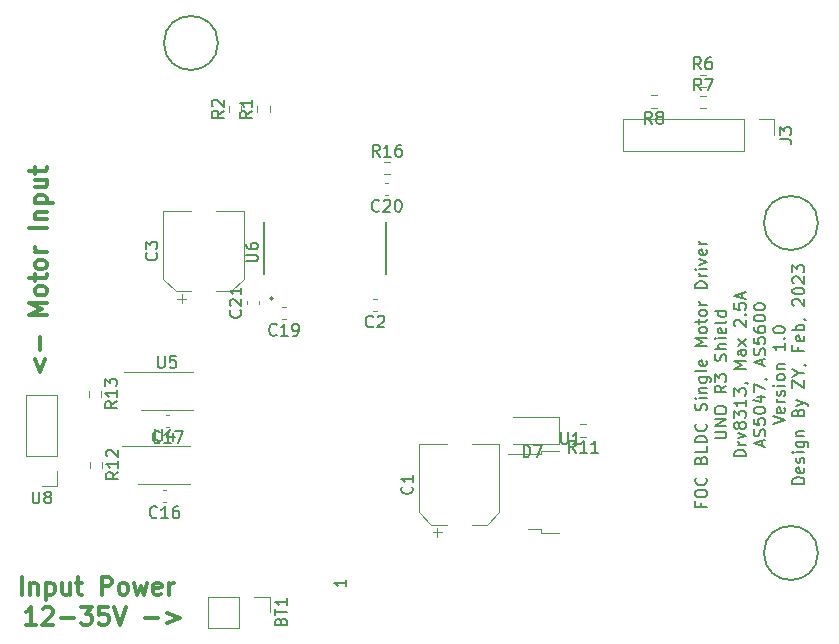
<source format=gbr>
%TF.GenerationSoftware,KiCad,Pcbnew,(5.1.10)-1*%
%TF.CreationDate,2023-02-13T10:48:01+08:00*%
%TF.ProjectId,my_foc_power_shield,6d795f66-6f63-45f7-906f-7765725f7368,rev?*%
%TF.SameCoordinates,Original*%
%TF.FileFunction,Legend,Top*%
%TF.FilePolarity,Positive*%
%FSLAX46Y46*%
G04 Gerber Fmt 4.6, Leading zero omitted, Abs format (unit mm)*
G04 Created by KiCad (PCBNEW (5.1.10)-1) date 2023-02-13 10:48:01*
%MOMM*%
%LPD*%
G01*
G04 APERTURE LIST*
%ADD10C,0.300000*%
%ADD11C,0.150000*%
%ADD12C,0.120000*%
%ADD13C,0.200000*%
%ADD14C,0.127000*%
G04 APERTURE END LIST*
D10*
X113026571Y-102293571D02*
X113455142Y-103436428D01*
X113883714Y-102293571D01*
X113455142Y-101579285D02*
X113455142Y-100436428D01*
X114026571Y-98579285D02*
X112526571Y-98579285D01*
X113598000Y-98079285D01*
X112526571Y-97579285D01*
X114026571Y-97579285D01*
X114026571Y-96650714D02*
X113955142Y-96793571D01*
X113883714Y-96865000D01*
X113740857Y-96936428D01*
X113312285Y-96936428D01*
X113169428Y-96865000D01*
X113098000Y-96793571D01*
X113026571Y-96650714D01*
X113026571Y-96436428D01*
X113098000Y-96293571D01*
X113169428Y-96222142D01*
X113312285Y-96150714D01*
X113740857Y-96150714D01*
X113883714Y-96222142D01*
X113955142Y-96293571D01*
X114026571Y-96436428D01*
X114026571Y-96650714D01*
X113026571Y-95722142D02*
X113026571Y-95150714D01*
X112526571Y-95507857D02*
X113812285Y-95507857D01*
X113955142Y-95436428D01*
X114026571Y-95293571D01*
X114026571Y-95150714D01*
X114026571Y-94436428D02*
X113955142Y-94579285D01*
X113883714Y-94650714D01*
X113740857Y-94722142D01*
X113312285Y-94722142D01*
X113169428Y-94650714D01*
X113098000Y-94579285D01*
X113026571Y-94436428D01*
X113026571Y-94222142D01*
X113098000Y-94079285D01*
X113169428Y-94007857D01*
X113312285Y-93936428D01*
X113740857Y-93936428D01*
X113883714Y-94007857D01*
X113955142Y-94079285D01*
X114026571Y-94222142D01*
X114026571Y-94436428D01*
X114026571Y-93293571D02*
X113026571Y-93293571D01*
X113312285Y-93293571D02*
X113169428Y-93222142D01*
X113098000Y-93150714D01*
X113026571Y-93007857D01*
X113026571Y-92865000D01*
X114026571Y-91222142D02*
X112526571Y-91222142D01*
X113026571Y-90507857D02*
X114026571Y-90507857D01*
X113169428Y-90507857D02*
X113098000Y-90436428D01*
X113026571Y-90293571D01*
X113026571Y-90079285D01*
X113098000Y-89936428D01*
X113240857Y-89865000D01*
X114026571Y-89865000D01*
X113026571Y-89150714D02*
X114526571Y-89150714D01*
X113098000Y-89150714D02*
X113026571Y-89007857D01*
X113026571Y-88722142D01*
X113098000Y-88579285D01*
X113169428Y-88507857D01*
X113312285Y-88436428D01*
X113740857Y-88436428D01*
X113883714Y-88507857D01*
X113955142Y-88579285D01*
X114026571Y-88722142D01*
X114026571Y-89007857D01*
X113955142Y-89150714D01*
X113026571Y-87150714D02*
X114026571Y-87150714D01*
X113026571Y-87793571D02*
X113812285Y-87793571D01*
X113955142Y-87722142D01*
X114026571Y-87579285D01*
X114026571Y-87365000D01*
X113955142Y-87222142D01*
X113883714Y-87150714D01*
X113026571Y-86650714D02*
X113026571Y-86079285D01*
X112526571Y-86436428D02*
X113812285Y-86436428D01*
X113955142Y-86365000D01*
X114026571Y-86222142D01*
X114026571Y-86079285D01*
D11*
X169401571Y-114522142D02*
X169401571Y-114855476D01*
X169925380Y-114855476D02*
X168925380Y-114855476D01*
X168925380Y-114379285D01*
X168925380Y-113807857D02*
X168925380Y-113617380D01*
X168973000Y-113522142D01*
X169068238Y-113426904D01*
X169258714Y-113379285D01*
X169592047Y-113379285D01*
X169782523Y-113426904D01*
X169877761Y-113522142D01*
X169925380Y-113617380D01*
X169925380Y-113807857D01*
X169877761Y-113903095D01*
X169782523Y-113998333D01*
X169592047Y-114045952D01*
X169258714Y-114045952D01*
X169068238Y-113998333D01*
X168973000Y-113903095D01*
X168925380Y-113807857D01*
X169830142Y-112379285D02*
X169877761Y-112426904D01*
X169925380Y-112569761D01*
X169925380Y-112665000D01*
X169877761Y-112807857D01*
X169782523Y-112903095D01*
X169687285Y-112950714D01*
X169496809Y-112998333D01*
X169353952Y-112998333D01*
X169163476Y-112950714D01*
X169068238Y-112903095D01*
X168973000Y-112807857D01*
X168925380Y-112665000D01*
X168925380Y-112569761D01*
X168973000Y-112426904D01*
X169020619Y-112379285D01*
X169401571Y-110855476D02*
X169449190Y-110712619D01*
X169496809Y-110665000D01*
X169592047Y-110617380D01*
X169734904Y-110617380D01*
X169830142Y-110665000D01*
X169877761Y-110712619D01*
X169925380Y-110807857D01*
X169925380Y-111188809D01*
X168925380Y-111188809D01*
X168925380Y-110855476D01*
X168973000Y-110760238D01*
X169020619Y-110712619D01*
X169115857Y-110665000D01*
X169211095Y-110665000D01*
X169306333Y-110712619D01*
X169353952Y-110760238D01*
X169401571Y-110855476D01*
X169401571Y-111188809D01*
X169925380Y-109712619D02*
X169925380Y-110188809D01*
X168925380Y-110188809D01*
X169925380Y-109379285D02*
X168925380Y-109379285D01*
X168925380Y-109141190D01*
X168973000Y-108998333D01*
X169068238Y-108903095D01*
X169163476Y-108855476D01*
X169353952Y-108807857D01*
X169496809Y-108807857D01*
X169687285Y-108855476D01*
X169782523Y-108903095D01*
X169877761Y-108998333D01*
X169925380Y-109141190D01*
X169925380Y-109379285D01*
X169830142Y-107807857D02*
X169877761Y-107855476D01*
X169925380Y-107998333D01*
X169925380Y-108093571D01*
X169877761Y-108236428D01*
X169782523Y-108331666D01*
X169687285Y-108379285D01*
X169496809Y-108426904D01*
X169353952Y-108426904D01*
X169163476Y-108379285D01*
X169068238Y-108331666D01*
X168973000Y-108236428D01*
X168925380Y-108093571D01*
X168925380Y-107998333D01*
X168973000Y-107855476D01*
X169020619Y-107807857D01*
X169877761Y-106665000D02*
X169925380Y-106522142D01*
X169925380Y-106284047D01*
X169877761Y-106188809D01*
X169830142Y-106141190D01*
X169734904Y-106093571D01*
X169639666Y-106093571D01*
X169544428Y-106141190D01*
X169496809Y-106188809D01*
X169449190Y-106284047D01*
X169401571Y-106474523D01*
X169353952Y-106569761D01*
X169306333Y-106617380D01*
X169211095Y-106665000D01*
X169115857Y-106665000D01*
X169020619Y-106617380D01*
X168973000Y-106569761D01*
X168925380Y-106474523D01*
X168925380Y-106236428D01*
X168973000Y-106093571D01*
X169925380Y-105665000D02*
X169258714Y-105665000D01*
X168925380Y-105665000D02*
X168973000Y-105712619D01*
X169020619Y-105665000D01*
X168973000Y-105617380D01*
X168925380Y-105665000D01*
X169020619Y-105665000D01*
X169258714Y-105188809D02*
X169925380Y-105188809D01*
X169353952Y-105188809D02*
X169306333Y-105141190D01*
X169258714Y-105045952D01*
X169258714Y-104903095D01*
X169306333Y-104807857D01*
X169401571Y-104760238D01*
X169925380Y-104760238D01*
X169258714Y-103855476D02*
X170068238Y-103855476D01*
X170163476Y-103903095D01*
X170211095Y-103950714D01*
X170258714Y-104045952D01*
X170258714Y-104188809D01*
X170211095Y-104284047D01*
X169877761Y-103855476D02*
X169925380Y-103950714D01*
X169925380Y-104141190D01*
X169877761Y-104236428D01*
X169830142Y-104284047D01*
X169734904Y-104331666D01*
X169449190Y-104331666D01*
X169353952Y-104284047D01*
X169306333Y-104236428D01*
X169258714Y-104141190D01*
X169258714Y-103950714D01*
X169306333Y-103855476D01*
X169925380Y-103236428D02*
X169877761Y-103331666D01*
X169782523Y-103379285D01*
X168925380Y-103379285D01*
X169877761Y-102474523D02*
X169925380Y-102569761D01*
X169925380Y-102760238D01*
X169877761Y-102855476D01*
X169782523Y-102903095D01*
X169401571Y-102903095D01*
X169306333Y-102855476D01*
X169258714Y-102760238D01*
X169258714Y-102569761D01*
X169306333Y-102474523D01*
X169401571Y-102426904D01*
X169496809Y-102426904D01*
X169592047Y-102903095D01*
X169925380Y-101236428D02*
X168925380Y-101236428D01*
X169639666Y-100903095D01*
X168925380Y-100569761D01*
X169925380Y-100569761D01*
X169925380Y-99950714D02*
X169877761Y-100045952D01*
X169830142Y-100093571D01*
X169734904Y-100141190D01*
X169449190Y-100141190D01*
X169353952Y-100093571D01*
X169306333Y-100045952D01*
X169258714Y-99950714D01*
X169258714Y-99807857D01*
X169306333Y-99712619D01*
X169353952Y-99665000D01*
X169449190Y-99617380D01*
X169734904Y-99617380D01*
X169830142Y-99665000D01*
X169877761Y-99712619D01*
X169925380Y-99807857D01*
X169925380Y-99950714D01*
X169258714Y-99331666D02*
X169258714Y-98950714D01*
X168925380Y-99188809D02*
X169782523Y-99188809D01*
X169877761Y-99141190D01*
X169925380Y-99045952D01*
X169925380Y-98950714D01*
X169925380Y-98474523D02*
X169877761Y-98569761D01*
X169830142Y-98617380D01*
X169734904Y-98665000D01*
X169449190Y-98665000D01*
X169353952Y-98617380D01*
X169306333Y-98569761D01*
X169258714Y-98474523D01*
X169258714Y-98331666D01*
X169306333Y-98236428D01*
X169353952Y-98188809D01*
X169449190Y-98141190D01*
X169734904Y-98141190D01*
X169830142Y-98188809D01*
X169877761Y-98236428D01*
X169925380Y-98331666D01*
X169925380Y-98474523D01*
X169925380Y-97712619D02*
X169258714Y-97712619D01*
X169449190Y-97712619D02*
X169353952Y-97665000D01*
X169306333Y-97617380D01*
X169258714Y-97522142D01*
X169258714Y-97426904D01*
X169925380Y-96331666D02*
X168925380Y-96331666D01*
X168925380Y-96093571D01*
X168973000Y-95950714D01*
X169068238Y-95855476D01*
X169163476Y-95807857D01*
X169353952Y-95760238D01*
X169496809Y-95760238D01*
X169687285Y-95807857D01*
X169782523Y-95855476D01*
X169877761Y-95950714D01*
X169925380Y-96093571D01*
X169925380Y-96331666D01*
X169925380Y-95331666D02*
X169258714Y-95331666D01*
X169449190Y-95331666D02*
X169353952Y-95284047D01*
X169306333Y-95236428D01*
X169258714Y-95141190D01*
X169258714Y-95045952D01*
X169925380Y-94712619D02*
X169258714Y-94712619D01*
X168925380Y-94712619D02*
X168973000Y-94760238D01*
X169020619Y-94712619D01*
X168973000Y-94665000D01*
X168925380Y-94712619D01*
X169020619Y-94712619D01*
X169258714Y-94331666D02*
X169925380Y-94093571D01*
X169258714Y-93855476D01*
X169877761Y-93093571D02*
X169925380Y-93188809D01*
X169925380Y-93379285D01*
X169877761Y-93474523D01*
X169782523Y-93522142D01*
X169401571Y-93522142D01*
X169306333Y-93474523D01*
X169258714Y-93379285D01*
X169258714Y-93188809D01*
X169306333Y-93093571D01*
X169401571Y-93045952D01*
X169496809Y-93045952D01*
X169592047Y-93522142D01*
X169925380Y-92617380D02*
X169258714Y-92617380D01*
X169449190Y-92617380D02*
X169353952Y-92569761D01*
X169306333Y-92522142D01*
X169258714Y-92426904D01*
X169258714Y-92331666D01*
X170575380Y-109045952D02*
X171384904Y-109045952D01*
X171480142Y-108998333D01*
X171527761Y-108950714D01*
X171575380Y-108855476D01*
X171575380Y-108665000D01*
X171527761Y-108569761D01*
X171480142Y-108522142D01*
X171384904Y-108474523D01*
X170575380Y-108474523D01*
X171575380Y-107998333D02*
X170575380Y-107998333D01*
X171575380Y-107426904D01*
X170575380Y-107426904D01*
X170575380Y-106760238D02*
X170575380Y-106569761D01*
X170623000Y-106474523D01*
X170718238Y-106379285D01*
X170908714Y-106331666D01*
X171242047Y-106331666D01*
X171432523Y-106379285D01*
X171527761Y-106474523D01*
X171575380Y-106569761D01*
X171575380Y-106760238D01*
X171527761Y-106855476D01*
X171432523Y-106950714D01*
X171242047Y-106998333D01*
X170908714Y-106998333D01*
X170718238Y-106950714D01*
X170623000Y-106855476D01*
X170575380Y-106760238D01*
X171575380Y-104569761D02*
X171099190Y-104903095D01*
X171575380Y-105141190D02*
X170575380Y-105141190D01*
X170575380Y-104760238D01*
X170623000Y-104665000D01*
X170670619Y-104617380D01*
X170765857Y-104569761D01*
X170908714Y-104569761D01*
X171003952Y-104617380D01*
X171051571Y-104665000D01*
X171099190Y-104760238D01*
X171099190Y-105141190D01*
X170575380Y-104236428D02*
X170575380Y-103617380D01*
X170956333Y-103950714D01*
X170956333Y-103807857D01*
X171003952Y-103712619D01*
X171051571Y-103665000D01*
X171146809Y-103617380D01*
X171384904Y-103617380D01*
X171480142Y-103665000D01*
X171527761Y-103712619D01*
X171575380Y-103807857D01*
X171575380Y-104093571D01*
X171527761Y-104188809D01*
X171480142Y-104236428D01*
X171527761Y-102474523D02*
X171575380Y-102331666D01*
X171575380Y-102093571D01*
X171527761Y-101998333D01*
X171480142Y-101950714D01*
X171384904Y-101903095D01*
X171289666Y-101903095D01*
X171194428Y-101950714D01*
X171146809Y-101998333D01*
X171099190Y-102093571D01*
X171051571Y-102284047D01*
X171003952Y-102379285D01*
X170956333Y-102426904D01*
X170861095Y-102474523D01*
X170765857Y-102474523D01*
X170670619Y-102426904D01*
X170623000Y-102379285D01*
X170575380Y-102284047D01*
X170575380Y-102045952D01*
X170623000Y-101903095D01*
X171575380Y-101474523D02*
X170575380Y-101474523D01*
X171575380Y-101045952D02*
X171051571Y-101045952D01*
X170956333Y-101093571D01*
X170908714Y-101188809D01*
X170908714Y-101331666D01*
X170956333Y-101426904D01*
X171003952Y-101474523D01*
X171575380Y-100569761D02*
X170908714Y-100569761D01*
X170575380Y-100569761D02*
X170623000Y-100617380D01*
X170670619Y-100569761D01*
X170623000Y-100522142D01*
X170575380Y-100569761D01*
X170670619Y-100569761D01*
X171527761Y-99712619D02*
X171575380Y-99807857D01*
X171575380Y-99998333D01*
X171527761Y-100093571D01*
X171432523Y-100141190D01*
X171051571Y-100141190D01*
X170956333Y-100093571D01*
X170908714Y-99998333D01*
X170908714Y-99807857D01*
X170956333Y-99712619D01*
X171051571Y-99665000D01*
X171146809Y-99665000D01*
X171242047Y-100141190D01*
X171575380Y-99093571D02*
X171527761Y-99188809D01*
X171432523Y-99236428D01*
X170575380Y-99236428D01*
X171575380Y-98284047D02*
X170575380Y-98284047D01*
X171527761Y-98284047D02*
X171575380Y-98379285D01*
X171575380Y-98569761D01*
X171527761Y-98665000D01*
X171480142Y-98712619D01*
X171384904Y-98760238D01*
X171099190Y-98760238D01*
X171003952Y-98712619D01*
X170956333Y-98665000D01*
X170908714Y-98569761D01*
X170908714Y-98379285D01*
X170956333Y-98284047D01*
X173225380Y-110569761D02*
X172225380Y-110569761D01*
X172225380Y-110331666D01*
X172273000Y-110188809D01*
X172368238Y-110093571D01*
X172463476Y-110045952D01*
X172653952Y-109998333D01*
X172796809Y-109998333D01*
X172987285Y-110045952D01*
X173082523Y-110093571D01*
X173177761Y-110188809D01*
X173225380Y-110331666D01*
X173225380Y-110569761D01*
X173225380Y-109569761D02*
X172558714Y-109569761D01*
X172749190Y-109569761D02*
X172653952Y-109522142D01*
X172606333Y-109474523D01*
X172558714Y-109379285D01*
X172558714Y-109284047D01*
X172558714Y-109045952D02*
X173225380Y-108807857D01*
X172558714Y-108569761D01*
X172653952Y-108045952D02*
X172606333Y-108141190D01*
X172558714Y-108188809D01*
X172463476Y-108236428D01*
X172415857Y-108236428D01*
X172320619Y-108188809D01*
X172273000Y-108141190D01*
X172225380Y-108045952D01*
X172225380Y-107855476D01*
X172273000Y-107760238D01*
X172320619Y-107712619D01*
X172415857Y-107665000D01*
X172463476Y-107665000D01*
X172558714Y-107712619D01*
X172606333Y-107760238D01*
X172653952Y-107855476D01*
X172653952Y-108045952D01*
X172701571Y-108141190D01*
X172749190Y-108188809D01*
X172844428Y-108236428D01*
X173034904Y-108236428D01*
X173130142Y-108188809D01*
X173177761Y-108141190D01*
X173225380Y-108045952D01*
X173225380Y-107855476D01*
X173177761Y-107760238D01*
X173130142Y-107712619D01*
X173034904Y-107665000D01*
X172844428Y-107665000D01*
X172749190Y-107712619D01*
X172701571Y-107760238D01*
X172653952Y-107855476D01*
X172225380Y-107331666D02*
X172225380Y-106712619D01*
X172606333Y-107045952D01*
X172606333Y-106903095D01*
X172653952Y-106807857D01*
X172701571Y-106760238D01*
X172796809Y-106712619D01*
X173034904Y-106712619D01*
X173130142Y-106760238D01*
X173177761Y-106807857D01*
X173225380Y-106903095D01*
X173225380Y-107188809D01*
X173177761Y-107284047D01*
X173130142Y-107331666D01*
X173225380Y-105760238D02*
X173225380Y-106331666D01*
X173225380Y-106045952D02*
X172225380Y-106045952D01*
X172368238Y-106141190D01*
X172463476Y-106236428D01*
X172511095Y-106331666D01*
X172225380Y-105426904D02*
X172225380Y-104807857D01*
X172606333Y-105141190D01*
X172606333Y-104998333D01*
X172653952Y-104903095D01*
X172701571Y-104855476D01*
X172796809Y-104807857D01*
X173034904Y-104807857D01*
X173130142Y-104855476D01*
X173177761Y-104903095D01*
X173225380Y-104998333D01*
X173225380Y-105284047D01*
X173177761Y-105379285D01*
X173130142Y-105426904D01*
X173177761Y-104331666D02*
X173225380Y-104331666D01*
X173320619Y-104379285D01*
X173368238Y-104426904D01*
X173225380Y-103141190D02*
X172225380Y-103141190D01*
X172939666Y-102807857D01*
X172225380Y-102474523D01*
X173225380Y-102474523D01*
X173225380Y-101569761D02*
X172701571Y-101569761D01*
X172606333Y-101617380D01*
X172558714Y-101712619D01*
X172558714Y-101903095D01*
X172606333Y-101998333D01*
X173177761Y-101569761D02*
X173225380Y-101665000D01*
X173225380Y-101903095D01*
X173177761Y-101998333D01*
X173082523Y-102045952D01*
X172987285Y-102045952D01*
X172892047Y-101998333D01*
X172844428Y-101903095D01*
X172844428Y-101665000D01*
X172796809Y-101569761D01*
X173225380Y-101188809D02*
X172558714Y-100665000D01*
X172558714Y-101188809D02*
X173225380Y-100665000D01*
X172320619Y-99569761D02*
X172273000Y-99522142D01*
X172225380Y-99426904D01*
X172225380Y-99188809D01*
X172273000Y-99093571D01*
X172320619Y-99045952D01*
X172415857Y-98998333D01*
X172511095Y-98998333D01*
X172653952Y-99045952D01*
X173225380Y-99617380D01*
X173225380Y-98998333D01*
X173130142Y-98569761D02*
X173177761Y-98522142D01*
X173225380Y-98569761D01*
X173177761Y-98617380D01*
X173130142Y-98569761D01*
X173225380Y-98569761D01*
X172225380Y-97617380D02*
X172225380Y-98093571D01*
X172701571Y-98141190D01*
X172653952Y-98093571D01*
X172606333Y-97998333D01*
X172606333Y-97760238D01*
X172653952Y-97665000D01*
X172701571Y-97617380D01*
X172796809Y-97569761D01*
X173034904Y-97569761D01*
X173130142Y-97617380D01*
X173177761Y-97665000D01*
X173225380Y-97760238D01*
X173225380Y-97998333D01*
X173177761Y-98093571D01*
X173130142Y-98141190D01*
X172939666Y-97188809D02*
X172939666Y-96712619D01*
X173225380Y-97284047D02*
X172225380Y-96950714D01*
X173225380Y-96617380D01*
X174589666Y-109712619D02*
X174589666Y-109236428D01*
X174875380Y-109807857D02*
X173875380Y-109474523D01*
X174875380Y-109141190D01*
X174827761Y-108855476D02*
X174875380Y-108712619D01*
X174875380Y-108474523D01*
X174827761Y-108379285D01*
X174780142Y-108331666D01*
X174684904Y-108284047D01*
X174589666Y-108284047D01*
X174494428Y-108331666D01*
X174446809Y-108379285D01*
X174399190Y-108474523D01*
X174351571Y-108665000D01*
X174303952Y-108760238D01*
X174256333Y-108807857D01*
X174161095Y-108855476D01*
X174065857Y-108855476D01*
X173970619Y-108807857D01*
X173923000Y-108760238D01*
X173875380Y-108665000D01*
X173875380Y-108426904D01*
X173923000Y-108284047D01*
X173875380Y-107379285D02*
X173875380Y-107855476D01*
X174351571Y-107903095D01*
X174303952Y-107855476D01*
X174256333Y-107760238D01*
X174256333Y-107522142D01*
X174303952Y-107426904D01*
X174351571Y-107379285D01*
X174446809Y-107331666D01*
X174684904Y-107331666D01*
X174780142Y-107379285D01*
X174827761Y-107426904D01*
X174875380Y-107522142D01*
X174875380Y-107760238D01*
X174827761Y-107855476D01*
X174780142Y-107903095D01*
X173875380Y-106712619D02*
X173875380Y-106617380D01*
X173923000Y-106522142D01*
X173970619Y-106474523D01*
X174065857Y-106426904D01*
X174256333Y-106379285D01*
X174494428Y-106379285D01*
X174684904Y-106426904D01*
X174780142Y-106474523D01*
X174827761Y-106522142D01*
X174875380Y-106617380D01*
X174875380Y-106712619D01*
X174827761Y-106807857D01*
X174780142Y-106855476D01*
X174684904Y-106903095D01*
X174494428Y-106950714D01*
X174256333Y-106950714D01*
X174065857Y-106903095D01*
X173970619Y-106855476D01*
X173923000Y-106807857D01*
X173875380Y-106712619D01*
X174208714Y-105522142D02*
X174875380Y-105522142D01*
X173827761Y-105760238D02*
X174542047Y-105998333D01*
X174542047Y-105379285D01*
X173875380Y-105093571D02*
X173875380Y-104426904D01*
X174875380Y-104855476D01*
X174827761Y-103998333D02*
X174875380Y-103998333D01*
X174970619Y-104045952D01*
X175018238Y-104093571D01*
X174589666Y-102855476D02*
X174589666Y-102379285D01*
X174875380Y-102950714D02*
X173875380Y-102617380D01*
X174875380Y-102284047D01*
X174827761Y-101998333D02*
X174875380Y-101855476D01*
X174875380Y-101617380D01*
X174827761Y-101522142D01*
X174780142Y-101474523D01*
X174684904Y-101426904D01*
X174589666Y-101426904D01*
X174494428Y-101474523D01*
X174446809Y-101522142D01*
X174399190Y-101617380D01*
X174351571Y-101807857D01*
X174303952Y-101903095D01*
X174256333Y-101950714D01*
X174161095Y-101998333D01*
X174065857Y-101998333D01*
X173970619Y-101950714D01*
X173923000Y-101903095D01*
X173875380Y-101807857D01*
X173875380Y-101569761D01*
X173923000Y-101426904D01*
X173875380Y-100522142D02*
X173875380Y-100998333D01*
X174351571Y-101045952D01*
X174303952Y-100998333D01*
X174256333Y-100903095D01*
X174256333Y-100665000D01*
X174303952Y-100569761D01*
X174351571Y-100522142D01*
X174446809Y-100474523D01*
X174684904Y-100474523D01*
X174780142Y-100522142D01*
X174827761Y-100569761D01*
X174875380Y-100665000D01*
X174875380Y-100903095D01*
X174827761Y-100998333D01*
X174780142Y-101045952D01*
X173875380Y-99617380D02*
X173875380Y-99807857D01*
X173923000Y-99903095D01*
X173970619Y-99950714D01*
X174113476Y-100045952D01*
X174303952Y-100093571D01*
X174684904Y-100093571D01*
X174780142Y-100045952D01*
X174827761Y-99998333D01*
X174875380Y-99903095D01*
X174875380Y-99712619D01*
X174827761Y-99617380D01*
X174780142Y-99569761D01*
X174684904Y-99522142D01*
X174446809Y-99522142D01*
X174351571Y-99569761D01*
X174303952Y-99617380D01*
X174256333Y-99712619D01*
X174256333Y-99903095D01*
X174303952Y-99998333D01*
X174351571Y-100045952D01*
X174446809Y-100093571D01*
X173875380Y-98903095D02*
X173875380Y-98807857D01*
X173923000Y-98712619D01*
X173970619Y-98665000D01*
X174065857Y-98617380D01*
X174256333Y-98569761D01*
X174494428Y-98569761D01*
X174684904Y-98617380D01*
X174780142Y-98665000D01*
X174827761Y-98712619D01*
X174875380Y-98807857D01*
X174875380Y-98903095D01*
X174827761Y-98998333D01*
X174780142Y-99045952D01*
X174684904Y-99093571D01*
X174494428Y-99141190D01*
X174256333Y-99141190D01*
X174065857Y-99093571D01*
X173970619Y-99045952D01*
X173923000Y-98998333D01*
X173875380Y-98903095D01*
X173875380Y-97950714D02*
X173875380Y-97855476D01*
X173923000Y-97760238D01*
X173970619Y-97712619D01*
X174065857Y-97665000D01*
X174256333Y-97617380D01*
X174494428Y-97617380D01*
X174684904Y-97665000D01*
X174780142Y-97712619D01*
X174827761Y-97760238D01*
X174875380Y-97855476D01*
X174875380Y-97950714D01*
X174827761Y-98045952D01*
X174780142Y-98093571D01*
X174684904Y-98141190D01*
X174494428Y-98188809D01*
X174256333Y-98188809D01*
X174065857Y-98141190D01*
X173970619Y-98093571D01*
X173923000Y-98045952D01*
X173875380Y-97950714D01*
X175525380Y-107855476D02*
X176525380Y-107522142D01*
X175525380Y-107188809D01*
X176477761Y-106474523D02*
X176525380Y-106569761D01*
X176525380Y-106760238D01*
X176477761Y-106855476D01*
X176382523Y-106903095D01*
X176001571Y-106903095D01*
X175906333Y-106855476D01*
X175858714Y-106760238D01*
X175858714Y-106569761D01*
X175906333Y-106474523D01*
X176001571Y-106426904D01*
X176096809Y-106426904D01*
X176192047Y-106903095D01*
X176525380Y-105998333D02*
X175858714Y-105998333D01*
X176049190Y-105998333D02*
X175953952Y-105950714D01*
X175906333Y-105903095D01*
X175858714Y-105807857D01*
X175858714Y-105712619D01*
X176477761Y-105426904D02*
X176525380Y-105331666D01*
X176525380Y-105141190D01*
X176477761Y-105045952D01*
X176382523Y-104998333D01*
X176334904Y-104998333D01*
X176239666Y-105045952D01*
X176192047Y-105141190D01*
X176192047Y-105284047D01*
X176144428Y-105379285D01*
X176049190Y-105426904D01*
X176001571Y-105426904D01*
X175906333Y-105379285D01*
X175858714Y-105284047D01*
X175858714Y-105141190D01*
X175906333Y-105045952D01*
X176525380Y-104569761D02*
X175858714Y-104569761D01*
X175525380Y-104569761D02*
X175573000Y-104617380D01*
X175620619Y-104569761D01*
X175573000Y-104522142D01*
X175525380Y-104569761D01*
X175620619Y-104569761D01*
X176525380Y-103950714D02*
X176477761Y-104045952D01*
X176430142Y-104093571D01*
X176334904Y-104141190D01*
X176049190Y-104141190D01*
X175953952Y-104093571D01*
X175906333Y-104045952D01*
X175858714Y-103950714D01*
X175858714Y-103807857D01*
X175906333Y-103712619D01*
X175953952Y-103665000D01*
X176049190Y-103617380D01*
X176334904Y-103617380D01*
X176430142Y-103665000D01*
X176477761Y-103712619D01*
X176525380Y-103807857D01*
X176525380Y-103950714D01*
X175858714Y-103188809D02*
X176525380Y-103188809D01*
X175953952Y-103188809D02*
X175906333Y-103141190D01*
X175858714Y-103045952D01*
X175858714Y-102903095D01*
X175906333Y-102807857D01*
X176001571Y-102760238D01*
X176525380Y-102760238D01*
X176525380Y-100998333D02*
X176525380Y-101569761D01*
X176525380Y-101284047D02*
X175525380Y-101284047D01*
X175668238Y-101379285D01*
X175763476Y-101474523D01*
X175811095Y-101569761D01*
X176430142Y-100569761D02*
X176477761Y-100522142D01*
X176525380Y-100569761D01*
X176477761Y-100617380D01*
X176430142Y-100569761D01*
X176525380Y-100569761D01*
X175525380Y-99903095D02*
X175525380Y-99807857D01*
X175573000Y-99712619D01*
X175620619Y-99665000D01*
X175715857Y-99617380D01*
X175906333Y-99569761D01*
X176144428Y-99569761D01*
X176334904Y-99617380D01*
X176430142Y-99665000D01*
X176477761Y-99712619D01*
X176525380Y-99807857D01*
X176525380Y-99903095D01*
X176477761Y-99998333D01*
X176430142Y-100045952D01*
X176334904Y-100093571D01*
X176144428Y-100141190D01*
X175906333Y-100141190D01*
X175715857Y-100093571D01*
X175620619Y-100045952D01*
X175573000Y-99998333D01*
X175525380Y-99903095D01*
X178175380Y-112903095D02*
X177175380Y-112903095D01*
X177175380Y-112665000D01*
X177223000Y-112522142D01*
X177318238Y-112426904D01*
X177413476Y-112379285D01*
X177603952Y-112331666D01*
X177746809Y-112331666D01*
X177937285Y-112379285D01*
X178032523Y-112426904D01*
X178127761Y-112522142D01*
X178175380Y-112665000D01*
X178175380Y-112903095D01*
X178127761Y-111522142D02*
X178175380Y-111617380D01*
X178175380Y-111807857D01*
X178127761Y-111903095D01*
X178032523Y-111950714D01*
X177651571Y-111950714D01*
X177556333Y-111903095D01*
X177508714Y-111807857D01*
X177508714Y-111617380D01*
X177556333Y-111522142D01*
X177651571Y-111474523D01*
X177746809Y-111474523D01*
X177842047Y-111950714D01*
X178127761Y-111093571D02*
X178175380Y-110998333D01*
X178175380Y-110807857D01*
X178127761Y-110712619D01*
X178032523Y-110665000D01*
X177984904Y-110665000D01*
X177889666Y-110712619D01*
X177842047Y-110807857D01*
X177842047Y-110950714D01*
X177794428Y-111045952D01*
X177699190Y-111093571D01*
X177651571Y-111093571D01*
X177556333Y-111045952D01*
X177508714Y-110950714D01*
X177508714Y-110807857D01*
X177556333Y-110712619D01*
X178175380Y-110236428D02*
X177508714Y-110236428D01*
X177175380Y-110236428D02*
X177223000Y-110284047D01*
X177270619Y-110236428D01*
X177223000Y-110188809D01*
X177175380Y-110236428D01*
X177270619Y-110236428D01*
X177508714Y-109331666D02*
X178318238Y-109331666D01*
X178413476Y-109379285D01*
X178461095Y-109426904D01*
X178508714Y-109522142D01*
X178508714Y-109665000D01*
X178461095Y-109760238D01*
X178127761Y-109331666D02*
X178175380Y-109426904D01*
X178175380Y-109617380D01*
X178127761Y-109712619D01*
X178080142Y-109760238D01*
X177984904Y-109807857D01*
X177699190Y-109807857D01*
X177603952Y-109760238D01*
X177556333Y-109712619D01*
X177508714Y-109617380D01*
X177508714Y-109426904D01*
X177556333Y-109331666D01*
X177508714Y-108855476D02*
X178175380Y-108855476D01*
X177603952Y-108855476D02*
X177556333Y-108807857D01*
X177508714Y-108712619D01*
X177508714Y-108569761D01*
X177556333Y-108474523D01*
X177651571Y-108426904D01*
X178175380Y-108426904D01*
X177651571Y-106855476D02*
X177699190Y-106712619D01*
X177746809Y-106665000D01*
X177842047Y-106617380D01*
X177984904Y-106617380D01*
X178080142Y-106665000D01*
X178127761Y-106712619D01*
X178175380Y-106807857D01*
X178175380Y-107188809D01*
X177175380Y-107188809D01*
X177175380Y-106855476D01*
X177223000Y-106760238D01*
X177270619Y-106712619D01*
X177365857Y-106665000D01*
X177461095Y-106665000D01*
X177556333Y-106712619D01*
X177603952Y-106760238D01*
X177651571Y-106855476D01*
X177651571Y-107188809D01*
X177508714Y-106284047D02*
X178175380Y-106045952D01*
X177508714Y-105807857D02*
X178175380Y-106045952D01*
X178413476Y-106141190D01*
X178461095Y-106188809D01*
X178508714Y-106284047D01*
X177175380Y-104760238D02*
X177175380Y-104093571D01*
X178175380Y-104760238D01*
X178175380Y-104093571D01*
X177699190Y-103522142D02*
X178175380Y-103522142D01*
X177175380Y-103855476D02*
X177699190Y-103522142D01*
X177175380Y-103188809D01*
X178127761Y-102807857D02*
X178175380Y-102807857D01*
X178270619Y-102855476D01*
X178318238Y-102903095D01*
X177651571Y-101284047D02*
X177651571Y-101617380D01*
X178175380Y-101617380D02*
X177175380Y-101617380D01*
X177175380Y-101141190D01*
X178127761Y-100379285D02*
X178175380Y-100474523D01*
X178175380Y-100665000D01*
X178127761Y-100760238D01*
X178032523Y-100807857D01*
X177651571Y-100807857D01*
X177556333Y-100760238D01*
X177508714Y-100665000D01*
X177508714Y-100474523D01*
X177556333Y-100379285D01*
X177651571Y-100331666D01*
X177746809Y-100331666D01*
X177842047Y-100807857D01*
X178175380Y-99903095D02*
X177175380Y-99903095D01*
X177556333Y-99903095D02*
X177508714Y-99807857D01*
X177508714Y-99617380D01*
X177556333Y-99522142D01*
X177603952Y-99474523D01*
X177699190Y-99426904D01*
X177984904Y-99426904D01*
X178080142Y-99474523D01*
X178127761Y-99522142D01*
X178175380Y-99617380D01*
X178175380Y-99807857D01*
X178127761Y-99903095D01*
X178127761Y-98950714D02*
X178175380Y-98950714D01*
X178270619Y-98998333D01*
X178318238Y-99045952D01*
X177270619Y-97807857D02*
X177223000Y-97760238D01*
X177175380Y-97665000D01*
X177175380Y-97426904D01*
X177223000Y-97331666D01*
X177270619Y-97284047D01*
X177365857Y-97236428D01*
X177461095Y-97236428D01*
X177603952Y-97284047D01*
X178175380Y-97855476D01*
X178175380Y-97236428D01*
X177175380Y-96617380D02*
X177175380Y-96522142D01*
X177223000Y-96426904D01*
X177270619Y-96379285D01*
X177365857Y-96331666D01*
X177556333Y-96284047D01*
X177794428Y-96284047D01*
X177984904Y-96331666D01*
X178080142Y-96379285D01*
X178127761Y-96426904D01*
X178175380Y-96522142D01*
X178175380Y-96617380D01*
X178127761Y-96712619D01*
X178080142Y-96760238D01*
X177984904Y-96807857D01*
X177794428Y-96855476D01*
X177556333Y-96855476D01*
X177365857Y-96807857D01*
X177270619Y-96760238D01*
X177223000Y-96712619D01*
X177175380Y-96617380D01*
X177270619Y-95903095D02*
X177223000Y-95855476D01*
X177175380Y-95760238D01*
X177175380Y-95522142D01*
X177223000Y-95426904D01*
X177270619Y-95379285D01*
X177365857Y-95331666D01*
X177461095Y-95331666D01*
X177603952Y-95379285D01*
X178175380Y-95950714D01*
X178175380Y-95331666D01*
X177175380Y-94998333D02*
X177175380Y-94379285D01*
X177556333Y-94712619D01*
X177556333Y-94569761D01*
X177603952Y-94474523D01*
X177651571Y-94426904D01*
X177746809Y-94379285D01*
X177984904Y-94379285D01*
X178080142Y-94426904D01*
X178127761Y-94474523D01*
X178175380Y-94569761D01*
X178175380Y-94855476D01*
X178127761Y-94950714D01*
X178080142Y-94998333D01*
D10*
X111919428Y-122268571D02*
X111919428Y-120768571D01*
X112633714Y-121268571D02*
X112633714Y-122268571D01*
X112633714Y-121411428D02*
X112705142Y-121340000D01*
X112848000Y-121268571D01*
X113062285Y-121268571D01*
X113205142Y-121340000D01*
X113276571Y-121482857D01*
X113276571Y-122268571D01*
X113990857Y-121268571D02*
X113990857Y-122768571D01*
X113990857Y-121340000D02*
X114133714Y-121268571D01*
X114419428Y-121268571D01*
X114562285Y-121340000D01*
X114633714Y-121411428D01*
X114705142Y-121554285D01*
X114705142Y-121982857D01*
X114633714Y-122125714D01*
X114562285Y-122197142D01*
X114419428Y-122268571D01*
X114133714Y-122268571D01*
X113990857Y-122197142D01*
X115990857Y-121268571D02*
X115990857Y-122268571D01*
X115348000Y-121268571D02*
X115348000Y-122054285D01*
X115419428Y-122197142D01*
X115562285Y-122268571D01*
X115776571Y-122268571D01*
X115919428Y-122197142D01*
X115990857Y-122125714D01*
X116490857Y-121268571D02*
X117062285Y-121268571D01*
X116705142Y-120768571D02*
X116705142Y-122054285D01*
X116776571Y-122197142D01*
X116919428Y-122268571D01*
X117062285Y-122268571D01*
X118705142Y-122268571D02*
X118705142Y-120768571D01*
X119276571Y-120768571D01*
X119419428Y-120840000D01*
X119490857Y-120911428D01*
X119562285Y-121054285D01*
X119562285Y-121268571D01*
X119490857Y-121411428D01*
X119419428Y-121482857D01*
X119276571Y-121554285D01*
X118705142Y-121554285D01*
X120419428Y-122268571D02*
X120276571Y-122197142D01*
X120205142Y-122125714D01*
X120133714Y-121982857D01*
X120133714Y-121554285D01*
X120205142Y-121411428D01*
X120276571Y-121340000D01*
X120419428Y-121268571D01*
X120633714Y-121268571D01*
X120776571Y-121340000D01*
X120848000Y-121411428D01*
X120919428Y-121554285D01*
X120919428Y-121982857D01*
X120848000Y-122125714D01*
X120776571Y-122197142D01*
X120633714Y-122268571D01*
X120419428Y-122268571D01*
X121419428Y-121268571D02*
X121705142Y-122268571D01*
X121990857Y-121554285D01*
X122276571Y-122268571D01*
X122562285Y-121268571D01*
X123705142Y-122197142D02*
X123562285Y-122268571D01*
X123276571Y-122268571D01*
X123133714Y-122197142D01*
X123062285Y-122054285D01*
X123062285Y-121482857D01*
X123133714Y-121340000D01*
X123276571Y-121268571D01*
X123562285Y-121268571D01*
X123705142Y-121340000D01*
X123776571Y-121482857D01*
X123776571Y-121625714D01*
X123062285Y-121768571D01*
X124419428Y-122268571D02*
X124419428Y-121268571D01*
X124419428Y-121554285D02*
X124490857Y-121411428D01*
X124562285Y-121340000D01*
X124705142Y-121268571D01*
X124848000Y-121268571D01*
X113133714Y-124818571D02*
X112276571Y-124818571D01*
X112705142Y-124818571D02*
X112705142Y-123318571D01*
X112562285Y-123532857D01*
X112419428Y-123675714D01*
X112276571Y-123747142D01*
X113705142Y-123461428D02*
X113776571Y-123390000D01*
X113919428Y-123318571D01*
X114276571Y-123318571D01*
X114419428Y-123390000D01*
X114490857Y-123461428D01*
X114562285Y-123604285D01*
X114562285Y-123747142D01*
X114490857Y-123961428D01*
X113633714Y-124818571D01*
X114562285Y-124818571D01*
X115205142Y-124247142D02*
X116348000Y-124247142D01*
X116919428Y-123318571D02*
X117848000Y-123318571D01*
X117348000Y-123890000D01*
X117562285Y-123890000D01*
X117705142Y-123961428D01*
X117776571Y-124032857D01*
X117848000Y-124175714D01*
X117848000Y-124532857D01*
X117776571Y-124675714D01*
X117705142Y-124747142D01*
X117562285Y-124818571D01*
X117133714Y-124818571D01*
X116990857Y-124747142D01*
X116919428Y-124675714D01*
X119205142Y-123318571D02*
X118490857Y-123318571D01*
X118419428Y-124032857D01*
X118490857Y-123961428D01*
X118633714Y-123890000D01*
X118990857Y-123890000D01*
X119133714Y-123961428D01*
X119205142Y-124032857D01*
X119276571Y-124175714D01*
X119276571Y-124532857D01*
X119205142Y-124675714D01*
X119133714Y-124747142D01*
X118990857Y-124818571D01*
X118633714Y-124818571D01*
X118490857Y-124747142D01*
X118419428Y-124675714D01*
X119705142Y-123318571D02*
X120205142Y-124818571D01*
X120705142Y-123318571D01*
X122348000Y-124247142D02*
X123490857Y-124247142D01*
X124205142Y-123818571D02*
X125348000Y-124247142D01*
X124205142Y-124675714D01*
D11*
X139390380Y-120999285D02*
X139390380Y-121570714D01*
X139390380Y-121285000D02*
X138390380Y-121285000D01*
X138533238Y-121380238D01*
X138628476Y-121475476D01*
X138676095Y-121570714D01*
D12*
%TO.C,R8*%
X165690224Y-81037500D02*
X165180776Y-81037500D01*
X165690224Y-79992500D02*
X165180776Y-79992500D01*
%TO.C,U8*%
X114928000Y-105355000D02*
X112268000Y-105355000D01*
X114928000Y-110495000D02*
X114928000Y-105355000D01*
X112268000Y-110495000D02*
X112268000Y-105355000D01*
X114928000Y-110495000D02*
X112268000Y-110495000D01*
X114928000Y-111765000D02*
X114928000Y-113095000D01*
X114928000Y-113095000D02*
X113598000Y-113095000D01*
D11*
%TO.C,P6*%
X179324000Y-118745000D02*
G75*
G03*
X179324000Y-118745000I-2286000J0D01*
G01*
%TO.C,P7*%
X128524000Y-75565000D02*
G75*
G03*
X128524000Y-75565000I-2286000J0D01*
G01*
%TO.C,P8*%
X179324000Y-90805000D02*
G75*
G03*
X179324000Y-90805000I-2286000J0D01*
G01*
D12*
%TO.C,BT1*%
X127728000Y-122435000D02*
X127728000Y-125095000D01*
X130328000Y-122435000D02*
X127728000Y-122435000D01*
X130328000Y-125095000D02*
X127728000Y-125095000D01*
X130328000Y-122435000D02*
X130328000Y-125095000D01*
X131598000Y-122435000D02*
X132928000Y-122435000D01*
X132928000Y-122435000D02*
X132928000Y-123765000D01*
%TO.C,C16*%
X124144267Y-114425000D02*
X123851733Y-114425000D01*
X124144267Y-113405000D02*
X123851733Y-113405000D01*
%TO.C,C17*%
X124406767Y-107055000D02*
X124114233Y-107055000D01*
X124406767Y-108075000D02*
X124114233Y-108075000D01*
%TO.C,C19*%
X134281767Y-97955000D02*
X133989233Y-97955000D01*
X134281767Y-98975000D02*
X133989233Y-98975000D01*
%TO.C,C20*%
X142956767Y-88475000D02*
X142664233Y-88475000D01*
X142956767Y-87455000D02*
X142664233Y-87455000D01*
%TO.C,C21*%
X132008000Y-97698767D02*
X132008000Y-97406233D01*
X130988000Y-97698767D02*
X130988000Y-97406233D01*
%TO.C,D7*%
X153548000Y-109500000D02*
X157433000Y-109500000D01*
X157433000Y-109500000D02*
X157433000Y-107230000D01*
X157433000Y-107230000D02*
X153548000Y-107230000D01*
%TO.C,J3*%
X162808000Y-82035000D02*
X162808000Y-84695000D01*
X173028000Y-82035000D02*
X162808000Y-82035000D01*
X173028000Y-84695000D02*
X162808000Y-84695000D01*
X173028000Y-82035000D02*
X173028000Y-84695000D01*
X174298000Y-82035000D02*
X175628000Y-82035000D01*
X175628000Y-82035000D02*
X175628000Y-83365000D01*
%TO.C,R1*%
X131875500Y-81419724D02*
X131875500Y-80910276D01*
X132920500Y-81419724D02*
X132920500Y-80910276D01*
%TO.C,R2*%
X130520500Y-81407224D02*
X130520500Y-80897776D01*
X129475500Y-81407224D02*
X129475500Y-80897776D01*
%TO.C,R6*%
X169330776Y-78242500D02*
X169840224Y-78242500D01*
X169330776Y-79287500D02*
X169840224Y-79287500D01*
%TO.C,R7*%
X169355776Y-81087500D02*
X169865224Y-81087500D01*
X169355776Y-80042500D02*
X169865224Y-80042500D01*
%TO.C,R11*%
X159715224Y-107842500D02*
X159205776Y-107842500D01*
X159715224Y-108887500D02*
X159205776Y-108887500D01*
%TO.C,R12*%
X118720500Y-111010276D02*
X118720500Y-111519724D01*
X117675500Y-111010276D02*
X117675500Y-111519724D01*
%TO.C,R13*%
X117575500Y-105010276D02*
X117575500Y-105519724D01*
X118620500Y-105010276D02*
X118620500Y-105519724D01*
%TO.C,R16*%
X142605776Y-85642500D02*
X143115224Y-85642500D01*
X142605776Y-86687500D02*
X143115224Y-86687500D01*
%TO.C,U1*%
X157378000Y-110115000D02*
X155878000Y-110115000D01*
X155878000Y-110115000D02*
X155878000Y-110385000D01*
X155878000Y-110385000D02*
X153048000Y-110385000D01*
X157378000Y-117015000D02*
X155878000Y-117015000D01*
X155878000Y-117015000D02*
X155878000Y-116745000D01*
X155878000Y-116745000D02*
X154778000Y-116745000D01*
%TO.C,U4*%
X123998000Y-109655000D02*
X120398000Y-109655000D01*
X123998000Y-109655000D02*
X126198000Y-109655000D01*
X123998000Y-112875000D02*
X121798000Y-112875000D01*
X123998000Y-112875000D02*
X126198000Y-112875000D01*
%TO.C,U5*%
X124198000Y-106675000D02*
X126398000Y-106675000D01*
X124198000Y-106675000D02*
X121998000Y-106675000D01*
X124198000Y-103455000D02*
X126398000Y-103455000D01*
X124198000Y-103455000D02*
X120598000Y-103455000D01*
D13*
%TO.C,U6*%
X133163000Y-97205000D02*
G75*
G03*
X133163000Y-97205000I-100000J0D01*
G01*
D14*
X132428000Y-95165000D02*
X132428000Y-90765000D01*
X142768000Y-95165000D02*
X142768000Y-90765000D01*
D12*
%TO.C,C1*%
X152358000Y-109555000D02*
X150008000Y-109555000D01*
X145538000Y-109555000D02*
X147888000Y-109555000D01*
X145538000Y-115310563D02*
X145538000Y-109555000D01*
X152358000Y-115310563D02*
X152358000Y-109555000D01*
X151293563Y-116375000D02*
X150008000Y-116375000D01*
X146602437Y-116375000D02*
X147888000Y-116375000D01*
X146602437Y-116375000D02*
X145538000Y-115310563D01*
X151293563Y-116375000D02*
X152358000Y-115310563D01*
X147100500Y-117402500D02*
X147100500Y-116615000D01*
X146706750Y-117008750D02*
X147494250Y-117008750D01*
%TO.C,C2*%
X141981767Y-97255000D02*
X141689233Y-97255000D01*
X141981767Y-98275000D02*
X141689233Y-98275000D01*
%TO.C,C3*%
X125056750Y-97208750D02*
X125844250Y-97208750D01*
X125450500Y-97602500D02*
X125450500Y-96815000D01*
X129643563Y-96575000D02*
X130708000Y-95510563D01*
X124952437Y-96575000D02*
X123888000Y-95510563D01*
X124952437Y-96575000D02*
X126238000Y-96575000D01*
X129643563Y-96575000D02*
X128358000Y-96575000D01*
X130708000Y-95510563D02*
X130708000Y-89755000D01*
X123888000Y-95510563D02*
X123888000Y-89755000D01*
X123888000Y-89755000D02*
X126238000Y-89755000D01*
X130708000Y-89755000D02*
X128358000Y-89755000D01*
%TO.C,R8*%
D11*
X165268833Y-82397380D02*
X164935500Y-81921190D01*
X164697404Y-82397380D02*
X164697404Y-81397380D01*
X165078357Y-81397380D01*
X165173595Y-81445000D01*
X165221214Y-81492619D01*
X165268833Y-81587857D01*
X165268833Y-81730714D01*
X165221214Y-81825952D01*
X165173595Y-81873571D01*
X165078357Y-81921190D01*
X164697404Y-81921190D01*
X165840261Y-81825952D02*
X165745023Y-81778333D01*
X165697404Y-81730714D01*
X165649785Y-81635476D01*
X165649785Y-81587857D01*
X165697404Y-81492619D01*
X165745023Y-81445000D01*
X165840261Y-81397380D01*
X166030738Y-81397380D01*
X166125976Y-81445000D01*
X166173595Y-81492619D01*
X166221214Y-81587857D01*
X166221214Y-81635476D01*
X166173595Y-81730714D01*
X166125976Y-81778333D01*
X166030738Y-81825952D01*
X165840261Y-81825952D01*
X165745023Y-81873571D01*
X165697404Y-81921190D01*
X165649785Y-82016428D01*
X165649785Y-82206904D01*
X165697404Y-82302142D01*
X165745023Y-82349761D01*
X165840261Y-82397380D01*
X166030738Y-82397380D01*
X166125976Y-82349761D01*
X166173595Y-82302142D01*
X166221214Y-82206904D01*
X166221214Y-82016428D01*
X166173595Y-81921190D01*
X166125976Y-81873571D01*
X166030738Y-81825952D01*
%TO.C,U8*%
X112836095Y-113547380D02*
X112836095Y-114356904D01*
X112883714Y-114452142D01*
X112931333Y-114499761D01*
X113026571Y-114547380D01*
X113217047Y-114547380D01*
X113312285Y-114499761D01*
X113359904Y-114452142D01*
X113407523Y-114356904D01*
X113407523Y-113547380D01*
X114026571Y-113975952D02*
X113931333Y-113928333D01*
X113883714Y-113880714D01*
X113836095Y-113785476D01*
X113836095Y-113737857D01*
X113883714Y-113642619D01*
X113931333Y-113595000D01*
X114026571Y-113547380D01*
X114217047Y-113547380D01*
X114312285Y-113595000D01*
X114359904Y-113642619D01*
X114407523Y-113737857D01*
X114407523Y-113785476D01*
X114359904Y-113880714D01*
X114312285Y-113928333D01*
X114217047Y-113975952D01*
X114026571Y-113975952D01*
X113931333Y-114023571D01*
X113883714Y-114071190D01*
X113836095Y-114166428D01*
X113836095Y-114356904D01*
X113883714Y-114452142D01*
X113931333Y-114499761D01*
X114026571Y-114547380D01*
X114217047Y-114547380D01*
X114312285Y-114499761D01*
X114359904Y-114452142D01*
X114407523Y-114356904D01*
X114407523Y-114166428D01*
X114359904Y-114071190D01*
X114312285Y-114023571D01*
X114217047Y-113975952D01*
%TO.C,BT1*%
X133856571Y-124550714D02*
X133904190Y-124407857D01*
X133951809Y-124360238D01*
X134047047Y-124312619D01*
X134189904Y-124312619D01*
X134285142Y-124360238D01*
X134332761Y-124407857D01*
X134380380Y-124503095D01*
X134380380Y-124884047D01*
X133380380Y-124884047D01*
X133380380Y-124550714D01*
X133428000Y-124455476D01*
X133475619Y-124407857D01*
X133570857Y-124360238D01*
X133666095Y-124360238D01*
X133761333Y-124407857D01*
X133808952Y-124455476D01*
X133856571Y-124550714D01*
X133856571Y-124884047D01*
X133380380Y-124026904D02*
X133380380Y-123455476D01*
X134380380Y-123741190D02*
X133380380Y-123741190D01*
X134380380Y-122598333D02*
X134380380Y-123169761D01*
X134380380Y-122884047D02*
X133380380Y-122884047D01*
X133523238Y-122979285D01*
X133618476Y-123074523D01*
X133666095Y-123169761D01*
%TO.C,C16*%
X123355142Y-115702142D02*
X123307523Y-115749761D01*
X123164666Y-115797380D01*
X123069428Y-115797380D01*
X122926571Y-115749761D01*
X122831333Y-115654523D01*
X122783714Y-115559285D01*
X122736095Y-115368809D01*
X122736095Y-115225952D01*
X122783714Y-115035476D01*
X122831333Y-114940238D01*
X122926571Y-114845000D01*
X123069428Y-114797380D01*
X123164666Y-114797380D01*
X123307523Y-114845000D01*
X123355142Y-114892619D01*
X124307523Y-115797380D02*
X123736095Y-115797380D01*
X124021809Y-115797380D02*
X124021809Y-114797380D01*
X123926571Y-114940238D01*
X123831333Y-115035476D01*
X123736095Y-115083095D01*
X125164666Y-114797380D02*
X124974190Y-114797380D01*
X124878952Y-114845000D01*
X124831333Y-114892619D01*
X124736095Y-115035476D01*
X124688476Y-115225952D01*
X124688476Y-115606904D01*
X124736095Y-115702142D01*
X124783714Y-115749761D01*
X124878952Y-115797380D01*
X125069428Y-115797380D01*
X125164666Y-115749761D01*
X125212285Y-115702142D01*
X125259904Y-115606904D01*
X125259904Y-115368809D01*
X125212285Y-115273571D01*
X125164666Y-115225952D01*
X125069428Y-115178333D01*
X124878952Y-115178333D01*
X124783714Y-115225952D01*
X124736095Y-115273571D01*
X124688476Y-115368809D01*
%TO.C,C17*%
X123617642Y-109352142D02*
X123570023Y-109399761D01*
X123427166Y-109447380D01*
X123331928Y-109447380D01*
X123189071Y-109399761D01*
X123093833Y-109304523D01*
X123046214Y-109209285D01*
X122998595Y-109018809D01*
X122998595Y-108875952D01*
X123046214Y-108685476D01*
X123093833Y-108590238D01*
X123189071Y-108495000D01*
X123331928Y-108447380D01*
X123427166Y-108447380D01*
X123570023Y-108495000D01*
X123617642Y-108542619D01*
X124570023Y-109447380D02*
X123998595Y-109447380D01*
X124284309Y-109447380D02*
X124284309Y-108447380D01*
X124189071Y-108590238D01*
X124093833Y-108685476D01*
X123998595Y-108733095D01*
X124903357Y-108447380D02*
X125570023Y-108447380D01*
X125141452Y-109447380D01*
%TO.C,C19*%
X133492642Y-100252142D02*
X133445023Y-100299761D01*
X133302166Y-100347380D01*
X133206928Y-100347380D01*
X133064071Y-100299761D01*
X132968833Y-100204523D01*
X132921214Y-100109285D01*
X132873595Y-99918809D01*
X132873595Y-99775952D01*
X132921214Y-99585476D01*
X132968833Y-99490238D01*
X133064071Y-99395000D01*
X133206928Y-99347380D01*
X133302166Y-99347380D01*
X133445023Y-99395000D01*
X133492642Y-99442619D01*
X134445023Y-100347380D02*
X133873595Y-100347380D01*
X134159309Y-100347380D02*
X134159309Y-99347380D01*
X134064071Y-99490238D01*
X133968833Y-99585476D01*
X133873595Y-99633095D01*
X134921214Y-100347380D02*
X135111690Y-100347380D01*
X135206928Y-100299761D01*
X135254547Y-100252142D01*
X135349785Y-100109285D01*
X135397404Y-99918809D01*
X135397404Y-99537857D01*
X135349785Y-99442619D01*
X135302166Y-99395000D01*
X135206928Y-99347380D01*
X135016452Y-99347380D01*
X134921214Y-99395000D01*
X134873595Y-99442619D01*
X134825976Y-99537857D01*
X134825976Y-99775952D01*
X134873595Y-99871190D01*
X134921214Y-99918809D01*
X135016452Y-99966428D01*
X135206928Y-99966428D01*
X135302166Y-99918809D01*
X135349785Y-99871190D01*
X135397404Y-99775952D01*
%TO.C,C20*%
X142167642Y-89752142D02*
X142120023Y-89799761D01*
X141977166Y-89847380D01*
X141881928Y-89847380D01*
X141739071Y-89799761D01*
X141643833Y-89704523D01*
X141596214Y-89609285D01*
X141548595Y-89418809D01*
X141548595Y-89275952D01*
X141596214Y-89085476D01*
X141643833Y-88990238D01*
X141739071Y-88895000D01*
X141881928Y-88847380D01*
X141977166Y-88847380D01*
X142120023Y-88895000D01*
X142167642Y-88942619D01*
X142548595Y-88942619D02*
X142596214Y-88895000D01*
X142691452Y-88847380D01*
X142929547Y-88847380D01*
X143024785Y-88895000D01*
X143072404Y-88942619D01*
X143120023Y-89037857D01*
X143120023Y-89133095D01*
X143072404Y-89275952D01*
X142500976Y-89847380D01*
X143120023Y-89847380D01*
X143739071Y-88847380D02*
X143834309Y-88847380D01*
X143929547Y-88895000D01*
X143977166Y-88942619D01*
X144024785Y-89037857D01*
X144072404Y-89228333D01*
X144072404Y-89466428D01*
X144024785Y-89656904D01*
X143977166Y-89752142D01*
X143929547Y-89799761D01*
X143834309Y-89847380D01*
X143739071Y-89847380D01*
X143643833Y-89799761D01*
X143596214Y-89752142D01*
X143548595Y-89656904D01*
X143500976Y-89466428D01*
X143500976Y-89228333D01*
X143548595Y-89037857D01*
X143596214Y-88942619D01*
X143643833Y-88895000D01*
X143739071Y-88847380D01*
%TO.C,C21*%
X130425142Y-98195357D02*
X130472761Y-98242976D01*
X130520380Y-98385833D01*
X130520380Y-98481071D01*
X130472761Y-98623928D01*
X130377523Y-98719166D01*
X130282285Y-98766785D01*
X130091809Y-98814404D01*
X129948952Y-98814404D01*
X129758476Y-98766785D01*
X129663238Y-98719166D01*
X129568000Y-98623928D01*
X129520380Y-98481071D01*
X129520380Y-98385833D01*
X129568000Y-98242976D01*
X129615619Y-98195357D01*
X129615619Y-97814404D02*
X129568000Y-97766785D01*
X129520380Y-97671547D01*
X129520380Y-97433452D01*
X129568000Y-97338214D01*
X129615619Y-97290595D01*
X129710857Y-97242976D01*
X129806095Y-97242976D01*
X129948952Y-97290595D01*
X130520380Y-97862023D01*
X130520380Y-97242976D01*
X130520380Y-96290595D02*
X130520380Y-96862023D01*
X130520380Y-96576309D02*
X129520380Y-96576309D01*
X129663238Y-96671547D01*
X129758476Y-96766785D01*
X129806095Y-96862023D01*
%TO.C,D7*%
X154409904Y-110637380D02*
X154409904Y-109637380D01*
X154648000Y-109637380D01*
X154790857Y-109685000D01*
X154886095Y-109780238D01*
X154933714Y-109875476D01*
X154981333Y-110065952D01*
X154981333Y-110208809D01*
X154933714Y-110399285D01*
X154886095Y-110494523D01*
X154790857Y-110589761D01*
X154648000Y-110637380D01*
X154409904Y-110637380D01*
X155314666Y-109637380D02*
X155981333Y-109637380D01*
X155552761Y-110637380D01*
%TO.C,J3*%
X176080380Y-83698333D02*
X176794666Y-83698333D01*
X176937523Y-83745952D01*
X177032761Y-83841190D01*
X177080380Y-83984047D01*
X177080380Y-84079285D01*
X176080380Y-83317380D02*
X176080380Y-82698333D01*
X176461333Y-83031666D01*
X176461333Y-82888809D01*
X176508952Y-82793571D01*
X176556571Y-82745952D01*
X176651809Y-82698333D01*
X176889904Y-82698333D01*
X176985142Y-82745952D01*
X177032761Y-82793571D01*
X177080380Y-82888809D01*
X177080380Y-83174523D01*
X177032761Y-83269761D01*
X176985142Y-83317380D01*
%TO.C,R1*%
X131420380Y-81331666D02*
X130944190Y-81665000D01*
X131420380Y-81903095D02*
X130420380Y-81903095D01*
X130420380Y-81522142D01*
X130468000Y-81426904D01*
X130515619Y-81379285D01*
X130610857Y-81331666D01*
X130753714Y-81331666D01*
X130848952Y-81379285D01*
X130896571Y-81426904D01*
X130944190Y-81522142D01*
X130944190Y-81903095D01*
X131420380Y-80379285D02*
X131420380Y-80950714D01*
X131420380Y-80665000D02*
X130420380Y-80665000D01*
X130563238Y-80760238D01*
X130658476Y-80855476D01*
X130706095Y-80950714D01*
%TO.C,R2*%
X129020380Y-81319166D02*
X128544190Y-81652500D01*
X129020380Y-81890595D02*
X128020380Y-81890595D01*
X128020380Y-81509642D01*
X128068000Y-81414404D01*
X128115619Y-81366785D01*
X128210857Y-81319166D01*
X128353714Y-81319166D01*
X128448952Y-81366785D01*
X128496571Y-81414404D01*
X128544190Y-81509642D01*
X128544190Y-81890595D01*
X128115619Y-80938214D02*
X128068000Y-80890595D01*
X128020380Y-80795357D01*
X128020380Y-80557261D01*
X128068000Y-80462023D01*
X128115619Y-80414404D01*
X128210857Y-80366785D01*
X128306095Y-80366785D01*
X128448952Y-80414404D01*
X129020380Y-80985833D01*
X129020380Y-80366785D01*
%TO.C,R6*%
X169418833Y-77787380D02*
X169085500Y-77311190D01*
X168847404Y-77787380D02*
X168847404Y-76787380D01*
X169228357Y-76787380D01*
X169323595Y-76835000D01*
X169371214Y-76882619D01*
X169418833Y-76977857D01*
X169418833Y-77120714D01*
X169371214Y-77215952D01*
X169323595Y-77263571D01*
X169228357Y-77311190D01*
X168847404Y-77311190D01*
X170275976Y-76787380D02*
X170085500Y-76787380D01*
X169990261Y-76835000D01*
X169942642Y-76882619D01*
X169847404Y-77025476D01*
X169799785Y-77215952D01*
X169799785Y-77596904D01*
X169847404Y-77692142D01*
X169895023Y-77739761D01*
X169990261Y-77787380D01*
X170180738Y-77787380D01*
X170275976Y-77739761D01*
X170323595Y-77692142D01*
X170371214Y-77596904D01*
X170371214Y-77358809D01*
X170323595Y-77263571D01*
X170275976Y-77215952D01*
X170180738Y-77168333D01*
X169990261Y-77168333D01*
X169895023Y-77215952D01*
X169847404Y-77263571D01*
X169799785Y-77358809D01*
%TO.C,R7*%
X169443833Y-79587380D02*
X169110500Y-79111190D01*
X168872404Y-79587380D02*
X168872404Y-78587380D01*
X169253357Y-78587380D01*
X169348595Y-78635000D01*
X169396214Y-78682619D01*
X169443833Y-78777857D01*
X169443833Y-78920714D01*
X169396214Y-79015952D01*
X169348595Y-79063571D01*
X169253357Y-79111190D01*
X168872404Y-79111190D01*
X169777166Y-78587380D02*
X170443833Y-78587380D01*
X170015261Y-79587380D01*
%TO.C,R11*%
X158817642Y-110247380D02*
X158484309Y-109771190D01*
X158246214Y-110247380D02*
X158246214Y-109247380D01*
X158627166Y-109247380D01*
X158722404Y-109295000D01*
X158770023Y-109342619D01*
X158817642Y-109437857D01*
X158817642Y-109580714D01*
X158770023Y-109675952D01*
X158722404Y-109723571D01*
X158627166Y-109771190D01*
X158246214Y-109771190D01*
X159770023Y-110247380D02*
X159198595Y-110247380D01*
X159484309Y-110247380D02*
X159484309Y-109247380D01*
X159389071Y-109390238D01*
X159293833Y-109485476D01*
X159198595Y-109533095D01*
X160722404Y-110247380D02*
X160150976Y-110247380D01*
X160436690Y-110247380D02*
X160436690Y-109247380D01*
X160341452Y-109390238D01*
X160246214Y-109485476D01*
X160150976Y-109533095D01*
%TO.C,R12*%
X120080380Y-111907857D02*
X119604190Y-112241190D01*
X120080380Y-112479285D02*
X119080380Y-112479285D01*
X119080380Y-112098333D01*
X119128000Y-112003095D01*
X119175619Y-111955476D01*
X119270857Y-111907857D01*
X119413714Y-111907857D01*
X119508952Y-111955476D01*
X119556571Y-112003095D01*
X119604190Y-112098333D01*
X119604190Y-112479285D01*
X120080380Y-110955476D02*
X120080380Y-111526904D01*
X120080380Y-111241190D02*
X119080380Y-111241190D01*
X119223238Y-111336428D01*
X119318476Y-111431666D01*
X119366095Y-111526904D01*
X119175619Y-110574523D02*
X119128000Y-110526904D01*
X119080380Y-110431666D01*
X119080380Y-110193571D01*
X119128000Y-110098333D01*
X119175619Y-110050714D01*
X119270857Y-110003095D01*
X119366095Y-110003095D01*
X119508952Y-110050714D01*
X120080380Y-110622142D01*
X120080380Y-110003095D01*
%TO.C,R13*%
X119980380Y-105907857D02*
X119504190Y-106241190D01*
X119980380Y-106479285D02*
X118980380Y-106479285D01*
X118980380Y-106098333D01*
X119028000Y-106003095D01*
X119075619Y-105955476D01*
X119170857Y-105907857D01*
X119313714Y-105907857D01*
X119408952Y-105955476D01*
X119456571Y-106003095D01*
X119504190Y-106098333D01*
X119504190Y-106479285D01*
X119980380Y-104955476D02*
X119980380Y-105526904D01*
X119980380Y-105241190D02*
X118980380Y-105241190D01*
X119123238Y-105336428D01*
X119218476Y-105431666D01*
X119266095Y-105526904D01*
X118980380Y-104622142D02*
X118980380Y-104003095D01*
X119361333Y-104336428D01*
X119361333Y-104193571D01*
X119408952Y-104098333D01*
X119456571Y-104050714D01*
X119551809Y-104003095D01*
X119789904Y-104003095D01*
X119885142Y-104050714D01*
X119932761Y-104098333D01*
X119980380Y-104193571D01*
X119980380Y-104479285D01*
X119932761Y-104574523D01*
X119885142Y-104622142D01*
%TO.C,R16*%
X142217642Y-85187380D02*
X141884309Y-84711190D01*
X141646214Y-85187380D02*
X141646214Y-84187380D01*
X142027166Y-84187380D01*
X142122404Y-84235000D01*
X142170023Y-84282619D01*
X142217642Y-84377857D01*
X142217642Y-84520714D01*
X142170023Y-84615952D01*
X142122404Y-84663571D01*
X142027166Y-84711190D01*
X141646214Y-84711190D01*
X143170023Y-85187380D02*
X142598595Y-85187380D01*
X142884309Y-85187380D02*
X142884309Y-84187380D01*
X142789071Y-84330238D01*
X142693833Y-84425476D01*
X142598595Y-84473095D01*
X144027166Y-84187380D02*
X143836690Y-84187380D01*
X143741452Y-84235000D01*
X143693833Y-84282619D01*
X143598595Y-84425476D01*
X143550976Y-84615952D01*
X143550976Y-84996904D01*
X143598595Y-85092142D01*
X143646214Y-85139761D01*
X143741452Y-85187380D01*
X143931928Y-85187380D01*
X144027166Y-85139761D01*
X144074785Y-85092142D01*
X144122404Y-84996904D01*
X144122404Y-84758809D01*
X144074785Y-84663571D01*
X144027166Y-84615952D01*
X143931928Y-84568333D01*
X143741452Y-84568333D01*
X143646214Y-84615952D01*
X143598595Y-84663571D01*
X143550976Y-84758809D01*
%TO.C,U1*%
X157586095Y-108517380D02*
X157586095Y-109326904D01*
X157633714Y-109422142D01*
X157681333Y-109469761D01*
X157776571Y-109517380D01*
X157967047Y-109517380D01*
X158062285Y-109469761D01*
X158109904Y-109422142D01*
X158157523Y-109326904D01*
X158157523Y-108517380D01*
X159157523Y-109517380D02*
X158586095Y-109517380D01*
X158871809Y-109517380D02*
X158871809Y-108517380D01*
X158776571Y-108660238D01*
X158681333Y-108755476D01*
X158586095Y-108803095D01*
%TO.C,U4*%
X123236095Y-108267380D02*
X123236095Y-109076904D01*
X123283714Y-109172142D01*
X123331333Y-109219761D01*
X123426571Y-109267380D01*
X123617047Y-109267380D01*
X123712285Y-109219761D01*
X123759904Y-109172142D01*
X123807523Y-109076904D01*
X123807523Y-108267380D01*
X124712285Y-108600714D02*
X124712285Y-109267380D01*
X124474190Y-108219761D02*
X124236095Y-108934047D01*
X124855142Y-108934047D01*
%TO.C,U5*%
X123436095Y-102067380D02*
X123436095Y-102876904D01*
X123483714Y-102972142D01*
X123531333Y-103019761D01*
X123626571Y-103067380D01*
X123817047Y-103067380D01*
X123912285Y-103019761D01*
X123959904Y-102972142D01*
X124007523Y-102876904D01*
X124007523Y-102067380D01*
X124959904Y-102067380D02*
X124483714Y-102067380D01*
X124436095Y-102543571D01*
X124483714Y-102495952D01*
X124578952Y-102448333D01*
X124817047Y-102448333D01*
X124912285Y-102495952D01*
X124959904Y-102543571D01*
X125007523Y-102638809D01*
X125007523Y-102876904D01*
X124959904Y-102972142D01*
X124912285Y-103019761D01*
X124817047Y-103067380D01*
X124578952Y-103067380D01*
X124483714Y-103019761D01*
X124436095Y-102972142D01*
%TO.C,U6*%
X130915380Y-94051904D02*
X131724904Y-94051904D01*
X131820142Y-94004285D01*
X131867761Y-93956666D01*
X131915380Y-93861428D01*
X131915380Y-93670952D01*
X131867761Y-93575714D01*
X131820142Y-93528095D01*
X131724904Y-93480476D01*
X130915380Y-93480476D01*
X130915380Y-92575714D02*
X130915380Y-92766190D01*
X130963000Y-92861428D01*
X131010619Y-92909047D01*
X131153476Y-93004285D01*
X131343952Y-93051904D01*
X131724904Y-93051904D01*
X131820142Y-93004285D01*
X131867761Y-92956666D01*
X131915380Y-92861428D01*
X131915380Y-92670952D01*
X131867761Y-92575714D01*
X131820142Y-92528095D01*
X131724904Y-92480476D01*
X131486809Y-92480476D01*
X131391571Y-92528095D01*
X131343952Y-92575714D01*
X131296333Y-92670952D01*
X131296333Y-92861428D01*
X131343952Y-92956666D01*
X131391571Y-93004285D01*
X131486809Y-93051904D01*
%TO.C,C1*%
X144955142Y-113131666D02*
X145002761Y-113179285D01*
X145050380Y-113322142D01*
X145050380Y-113417380D01*
X145002761Y-113560238D01*
X144907523Y-113655476D01*
X144812285Y-113703095D01*
X144621809Y-113750714D01*
X144478952Y-113750714D01*
X144288476Y-113703095D01*
X144193238Y-113655476D01*
X144098000Y-113560238D01*
X144050380Y-113417380D01*
X144050380Y-113322142D01*
X144098000Y-113179285D01*
X144145619Y-113131666D01*
X145050380Y-112179285D02*
X145050380Y-112750714D01*
X145050380Y-112465000D02*
X144050380Y-112465000D01*
X144193238Y-112560238D01*
X144288476Y-112655476D01*
X144336095Y-112750714D01*
%TO.C,C2*%
X141668833Y-99552142D02*
X141621214Y-99599761D01*
X141478357Y-99647380D01*
X141383119Y-99647380D01*
X141240261Y-99599761D01*
X141145023Y-99504523D01*
X141097404Y-99409285D01*
X141049785Y-99218809D01*
X141049785Y-99075952D01*
X141097404Y-98885476D01*
X141145023Y-98790238D01*
X141240261Y-98695000D01*
X141383119Y-98647380D01*
X141478357Y-98647380D01*
X141621214Y-98695000D01*
X141668833Y-98742619D01*
X142049785Y-98742619D02*
X142097404Y-98695000D01*
X142192642Y-98647380D01*
X142430738Y-98647380D01*
X142525976Y-98695000D01*
X142573595Y-98742619D01*
X142621214Y-98837857D01*
X142621214Y-98933095D01*
X142573595Y-99075952D01*
X142002166Y-99647380D01*
X142621214Y-99647380D01*
%TO.C,C3*%
X123305142Y-93331666D02*
X123352761Y-93379285D01*
X123400380Y-93522142D01*
X123400380Y-93617380D01*
X123352761Y-93760238D01*
X123257523Y-93855476D01*
X123162285Y-93903095D01*
X122971809Y-93950714D01*
X122828952Y-93950714D01*
X122638476Y-93903095D01*
X122543238Y-93855476D01*
X122448000Y-93760238D01*
X122400380Y-93617380D01*
X122400380Y-93522142D01*
X122448000Y-93379285D01*
X122495619Y-93331666D01*
X122400380Y-92998333D02*
X122400380Y-92379285D01*
X122781333Y-92712619D01*
X122781333Y-92569761D01*
X122828952Y-92474523D01*
X122876571Y-92426904D01*
X122971809Y-92379285D01*
X123209904Y-92379285D01*
X123305142Y-92426904D01*
X123352761Y-92474523D01*
X123400380Y-92569761D01*
X123400380Y-92855476D01*
X123352761Y-92950714D01*
X123305142Y-92998333D01*
%TD*%
M02*

</source>
